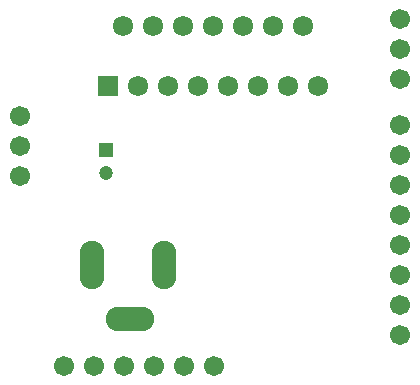
<source format=gbs>
G04*
G04 #@! TF.GenerationSoftware,Altium Limited,Altium Designer,24.6.1 (21)*
G04*
G04 Layer_Color=16711935*
%FSLAX26Y26*%
%MOIN*%
G70*
G04*
G04 #@! TF.SameCoordinates,A2FE4C0D-9988-4D7F-9E23-C7A6D8233F7C*
G04*
G04*
G04 #@! TF.FilePolarity,Negative*
G04*
G01*
G75*
%ADD20O,0.082740X0.161480*%
%ADD21O,0.161480X0.082740*%
%ADD22R,0.047307X0.047307*%
%ADD23C,0.047307*%
%ADD24C,0.066992*%
%ADD25R,0.067779X0.067779*%
%ADD26C,0.067779*%
D20*
X305118Y403543D02*
D03*
X545276D02*
D03*
D21*
X435039Y222441D02*
D03*
D22*
X354331Y787402D02*
D03*
D23*
Y708661D02*
D03*
D24*
X1334646Y169685D02*
D03*
Y269685D02*
D03*
Y469685D02*
D03*
Y669685D02*
D03*
Y769685D02*
D03*
Y569685D02*
D03*
Y369685D02*
D03*
Y869685D02*
D03*
X714567Y66929D02*
D03*
X414567D02*
D03*
X614567D02*
D03*
X514567D02*
D03*
X314567D02*
D03*
X214567D02*
D03*
X1334646Y1022047D02*
D03*
Y1122047D02*
D03*
Y1222047D02*
D03*
X66929Y899213D02*
D03*
Y799213D02*
D03*
Y699213D02*
D03*
D25*
X358661Y1000787D02*
D03*
D26*
X558661D02*
D03*
X1058661D02*
D03*
X1008661Y1200787D02*
D03*
X958661Y1000787D02*
D03*
X908661Y1200787D02*
D03*
X858661Y1000787D02*
D03*
X808661Y1200787D02*
D03*
X758661Y1000787D02*
D03*
X708661Y1200787D02*
D03*
X658661Y1000787D02*
D03*
X608661Y1200787D02*
D03*
X508661D02*
D03*
X458661Y1000787D02*
D03*
X408661Y1200787D02*
D03*
M02*

</source>
